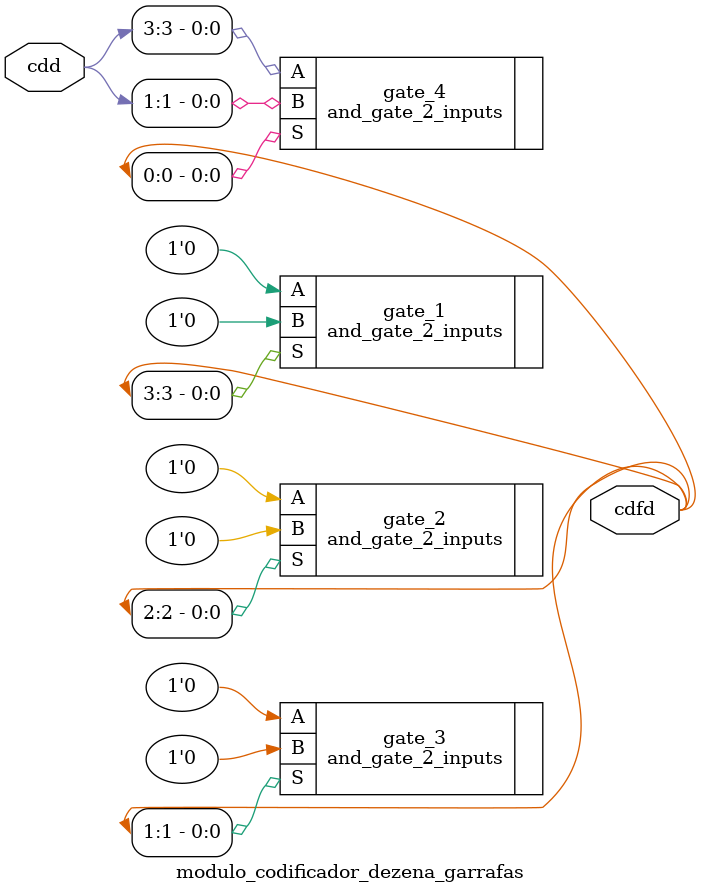
<source format=v>
module modulo_codificador_dezena_garrafas(cdd,cdfd);


	input [3:0] cdd;
	output [3:0]cdfd;

	and_gate_2_inputs gate_1(.A(1'b0),.B(1'b0),.S(cdfd[3]));
	
	and_gate_2_inputs gate_2(.A(1'b0),.B(1'b0),.S(cdfd[2]));
	
	and_gate_2_inputs gate_3(.A(1'b0),.B(1'b0),.S(cdfd[1]));
	
	and_gate_2_inputs gate_4(.A(cdd[3]),.B(cdd[1]),.S(cdfd[0]));
	
	
endmodule

</source>
